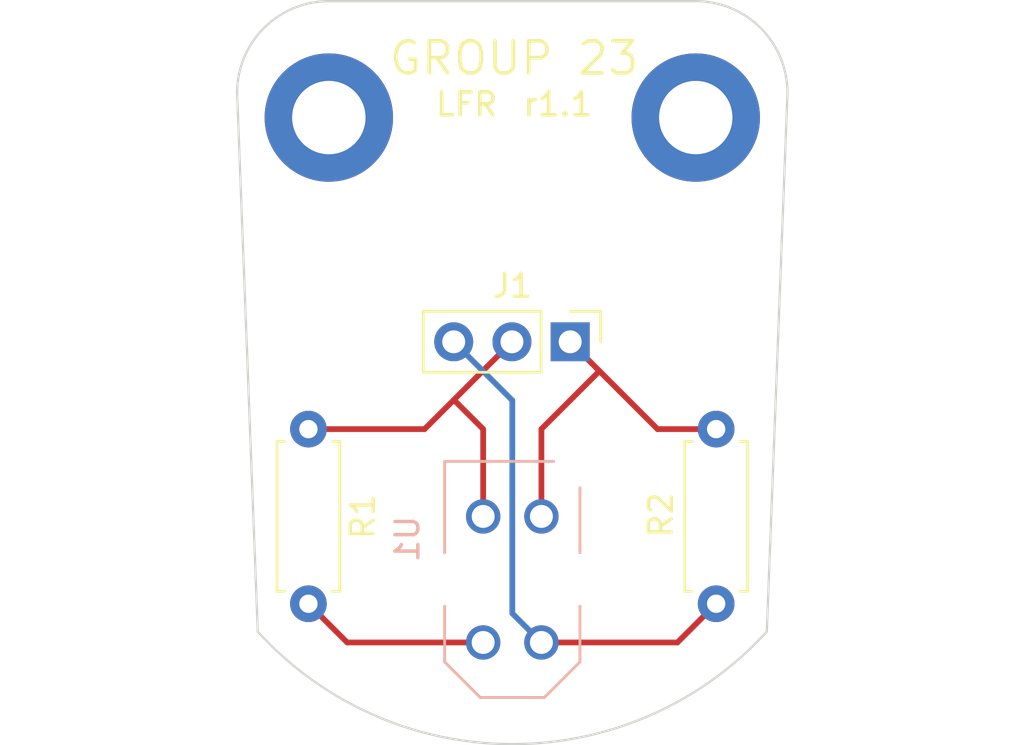
<source format=kicad_pcb>
(kicad_pcb (version 20221018) (generator pcbnew)
  (layers (0 "F.Cu" signal) (31 "B.Cu" signal) (34 "B.Paste" user) (35 "F.Paste" user) (36 "B.SilkS" user "B.Silkscreen") (37 "F.SilkS" user "F.Silkscreen") (38 "B.Mask" user) (39 "F.Mask" user) (44 "Edge.Cuts" user))
  (net 0 "")
  (net 1 "/SIG")
  (net 2 "/VCC")
  (net 3 "GND")
  (net 4 "Net-(R1-Pad2)")
  (footprint "MountingHole:MountingHole_3.2mm_M3_DIN965_Pad" (layer "F.Cu") (at 159 73.66)
    (fp_text reference "REF**" hide)
    (fp_text value "MountingHole_3.2mm_M3_DIN965_Pad")
    (pad "1" thru_hole circle (at 0 0) (size 5.6 5.6) (drill 3.2) (layers "*.Cu" "*.Mask"))
  )
  (footprint "Connector_PinHeader_2.54mm:PinHeader_1x03_P2.54mm_Vertical" (layer "F.Cu") (at 153.525 83.445 -90)
    (fp_text reference "J1" (at -2.445 2.525 -180) (layer "F.SilkS"))
    (fp_text value "Conn_01x03")
    (fp_line (start -1.33 -1.33) (end 0 -1.33) (stroke (width 0.12)) (layer "F.SilkS"))
    (fp_line (start -1.33 0) (end -1.33 -1.33) (stroke (width 0.12)) (layer "F.SilkS"))
    (fp_line (start -1.33 1.27) (end -1.33 6.41) (stroke (width 0.12)) (layer "F.SilkS"))
    (fp_line (start -1.33 1.27) (end 1.33 1.27) (stroke (width 0.12)) (layer "F.SilkS"))
    (fp_line (start -1.33 6.41) (end 1.33 6.41) (stroke (width 0.12)) (layer "F.SilkS"))
    (fp_line (start 1.33 1.27) (end 1.33 6.41) (stroke (width 0.12)) (layer "F.SilkS"))
    (pad "1" thru_hole rect (at 0 0 270) (size 1.7 1.7) (drill 1) (layers "*.Cu" "*.Mask") (net 1 "/SIG"))
    (pad "2" thru_hole oval (at 0 2.54 270) (size 1.7 1.7) (drill 1) (layers "*.Cu" "*.Mask") (net 2 "/VCC"))
    (pad "3" thru_hole oval (at 0 5.08 270) (size 1.7 1.7) (drill 1) (layers "*.Cu" "*.Mask") (net 3 "GND"))
  )
  (footprint "Resistor_THT:R_Axial_DIN0207_L6.3mm_D2.5mm_P7.62mm_Horizontal" (layer "F.Cu") (at 159.89 87.255 -90)
    (fp_text reference "R2" (at 3.745 2.41 90) (layer "F.SilkS"))
    (fp_text value "1.5k")
    (fp_line (start 0.54 -1.37) (end 7.08 -1.37) (stroke (width 0.12)) (layer "F.SilkS"))
    (fp_line (start 0.54 -1.04) (end 0.54 -1.37) (stroke (width 0.12)) (layer "F.SilkS"))
    (fp_line (start 0.54 1.04) (end 0.54 1.37) (stroke (width 0.12)) (layer "F.SilkS"))
    (fp_line (start 0.54 1.37) (end 7.08 1.37) (stroke (width 0.12)) (layer "F.SilkS"))
    (fp_line (start 7.08 -1.37) (end 7.08 -1.04) (stroke (width 0.12)) (layer "F.SilkS"))
    (fp_line (start 7.08 1.37) (end 7.08 1.04) (stroke (width 0.12)) (layer "F.SilkS"))
    (pad "1" thru_hole circle (at 0 0 270) (size 1.6 1.6) (drill 0.8) (layers "*.Cu" "*.Mask") (net 1 "/SIG"))
    (pad "2" thru_hole oval (at 7.62 0 270) (size 1.6 1.6) (drill 0.8) (layers "*.Cu" "*.Mask") (net 3 "GND"))
  )
  (footprint "Resistor_THT:R_Axial_DIN0207_L6.3mm_D2.5mm_P7.62mm_Horizontal" (layer "F.Cu") (at 142.11 87.255 -90)
    (fp_text reference "R1" (at 3.81 -2.37 90) (layer "F.SilkS"))
    (fp_text value "100R")
    (fp_line (start 0.54 -1.37) (end 7.08 -1.37) (stroke (width 0.12)) (layer "F.SilkS"))
    (fp_line (start 0.54 -1.04) (end 0.54 -1.37) (stroke (width 0.12)) (layer "F.SilkS"))
    (fp_line (start 0.54 1.04) (end 0.54 1.37) (stroke (width 0.12)) (layer "F.SilkS"))
    (fp_line (start 0.54 1.37) (end 7.08 1.37) (stroke (width 0.12)) (layer "F.SilkS"))
    (fp_line (start 7.08 -1.37) (end 7.08 -1.04) (stroke (width 0.12)) (layer "F.SilkS"))
    (fp_line (start 7.08 1.37) (end 7.08 1.04) (stroke (width 0.12)) (layer "F.SilkS"))
    (pad "1" thru_hole circle (at 0 0 270) (size 1.6 1.6) (drill 0.8) (layers "*.Cu" "*.Mask") (net 2 "/VCC"))
    (pad "2" thru_hole oval (at 7.62 0 270) (size 1.6 1.6) (drill 0.8) (layers "*.Cu" "*.Mask") (net 4 "Net-(R1-Pad2)"))
  )
  (footprint "MountingHole:MountingHole_3.2mm_M3_DIN965_Pad" (layer "F.Cu") (at 143 73.66)
    (fp_text reference "REF**" hide)
    (fp_text value "MountingHole_3.2mm_M3_DIN965_Pad")
    (pad "1" thru_hole circle (at 0 0) (size 5.6 5.6) (drill 3.2) (layers "*.Cu" "*.Mask"))
  )
  (footprint "TCRT5000:OPTO_TCRT5000" (layer "B.Cu") (at 151 93.815 -90)
    (fp_text reference "U1" (at -1.76355 4.57476 90) (layer "B.SilkS") (effects (font (size 1.004126 1.004126)) (justify mirror)))
    (fp_text value "TCRT5000")
    (fp_line (start -5.15 -1.8) (end -5.15 2.95) (stroke (width 0.127)) (layer "B.SilkS"))
    (fp_line (start -5.15 2.95) (end -1.17 2.95) (stroke (width 0.127)) (layer "B.SilkS"))
    (fp_line (start -4 -2.95) (end -1.17 -2.95) (stroke (width 0.127)) (layer "B.SilkS"))
    (fp_line (start 1.17 -2.95) (end 3.6 -2.95) (stroke (width 0.127)) (layer "B.SilkS"))
    (fp_line (start 3.6 -2.95) (end 5.15 -1.4) (stroke (width 0.127)) (layer "B.SilkS"))
    (fp_line (start 3.6 2.95) (end 1.17 2.95) (stroke (width 0.127)) (layer "B.SilkS"))
    (fp_line (start 3.6 2.95) (end 5.15 1.4) (stroke (width 0.127)) (layer "B.SilkS"))
    (fp_line (start 5.15 -1.4) (end 5.15 1.4) (stroke (width 0.127)) (layer "B.SilkS"))
    (pad "" np_thru_hole circle (at -4.65 -2.45 270) (size 1 1) (drill 1) (layers "*.Cu" "*.Mask"))
    (pad "" np_thru_hole circle (at 0 -1.9 270) (size 2.5 2.5) (drill 2.5) (layers "*.Cu" "*.Mask"))
    (pad "" np_thru_hole circle (at 0 1.9 270) (size 2.5 2.5) (drill 2.5) (layers "*.Cu" "*.Mask"))
    (pad "A" thru_hole circle (at 2.75 1.27 270) (size 1.5 1.5) (drill 1) (layers "*.Cu" "*.Mask") (net 4 "Net-(R1-Pad2)"))
    (pad "CATH" thru_hole circle (at 2.75 -1.27 270) (size 1.5 1.5) (drill 1) (layers "*.Cu" "*.Mask") (net 3 "GND"))
    (pad "COLL" thru_hole circle (at -2.75 1.27 270) (size 1.5 1.5) (drill 1) (layers "*.Cu" "*.Mask") (net 2 "/VCC"))
    (pad "E" thru_hole circle (at -2.75 -1.27 270) (size 1.5 1.5) (drill 1) (layers "*.Cu" "*.Mask") (net 1 "/SIG"))
  )
  (gr_arc (start 162.099101 96.090092) (mid 157.068304 99.717714) (end 151 101) (stroke (width 0.1)) (layer "Edge.Cuts"))
  (gr_line (start 159 68.58) (end 143 68.58) (stroke (width 0.1)) (layer "Edge.Cuts"))
  (gr_line (start 139.900899 96.090092) (end 139 72.58) (stroke (width 0.1)) (layer "Edge.Cuts"))
  (gr_arc (start 159 68.58) (mid 161.828427 69.751573) (end 163 72.58) (stroke (width 0.1)) (layer "Edge.Cuts"))
  (gr_line (start 162.099101 96.090092) (end 163 72.58) (stroke (width 0.1)) (layer "Edge.Cuts"))
  (gr_arc (start 139 72.58) (mid 140.171573 69.751573) (end 143 68.58) (stroke (width 0.1)) (layer "Edge.Cuts"))
  (gr_arc (start 151 101) (mid 144.931696 99.717714) (end 139.900899 96.090092) (stroke (width 0.1)) (layer "Edge.Cuts"))
  (gr_text "r1.1" (at 151.384 73.67) (layer "F.SilkS") (effects (font (size 1 1) (thickness 0.16)) (justify left bottom)))
  (gr_text "LFR" (at 147.574 73.67) (layer "F.SilkS") (effects (font (size 1 1) (thickness 0.16)) (justify left bottom)))
  (gr_text "GROUP 23" (at 145.542 71.892) (layer "F.SilkS") (effects (font (size 1.4 1.4) (thickness 0.16)) (justify left bottom)))
  (segment (start 152.27 87.252) (end 154.801 84.721) (width 0.25) (layer "F.Cu") (net 1))
  (segment (start 152.27 91.065) (end 152.27 87.252) (width 0.25) (layer "F.Cu") (net 1))
  (segment (start 157.335 87.255) (end 155.69 85.61) (width 0.25) (layer "F.Cu") (net 1))
  (segment (start 159.89 87.255) (end 157.335 87.255) (width 0.25) (layer "F.Cu") (net 1))
  (segment (start 155.69 85.61) (end 153.525 83.445) (width 0.25) (layer "F.Cu") (net 1))
  (segment (start 148.46 85.985) (end 149.73 87.255) (width 0.25) (layer "F.Cu") (net 2))
  (segment (start 142.11 87.255) (end 147.175 87.255) (width 0.25) (layer "F.Cu") (net 2))
  (segment (start 149.73 87.255) (end 149.73 91.065) (width 0.25) (layer "F.Cu") (net 2))
  (segment (start 147.175 87.255) (end 149.73 84.7) (width 0.25) (layer "F.Cu") (net 2))
  (segment (start 150.985 83.445) (end 149.73 84.7) (width 0.25) (layer "F.Cu") (net 2))
  (segment (start 159.89 94.875) (end 158.2 96.565) (width 0.25) (layer "F.Cu") (net 3))
  (segment (start 158.2 96.565) (end 152.27 96.565) (width 0.25) (layer "F.Cu") (net 3))
  (segment (start 152.27 96.565) (end 151 95.295) (width 0.25) (layer "B.Cu") (net 3))
  (segment (start 151 95.295) (end 151 86) (width 0.25) (layer "B.Cu") (net 3))
  (segment (start 151 86) (end 148.445 83.445) (width 0.25) (layer "B.Cu") (net 3))
  (segment (start 143.8 96.565) (end 149.73 96.565) (width 0.25) (layer "F.Cu") (net 4))
  (segment (start 142.11 94.875) (end 143.8 96.565) (width 0.25) (layer "F.Cu") (net 4))
)
</source>
